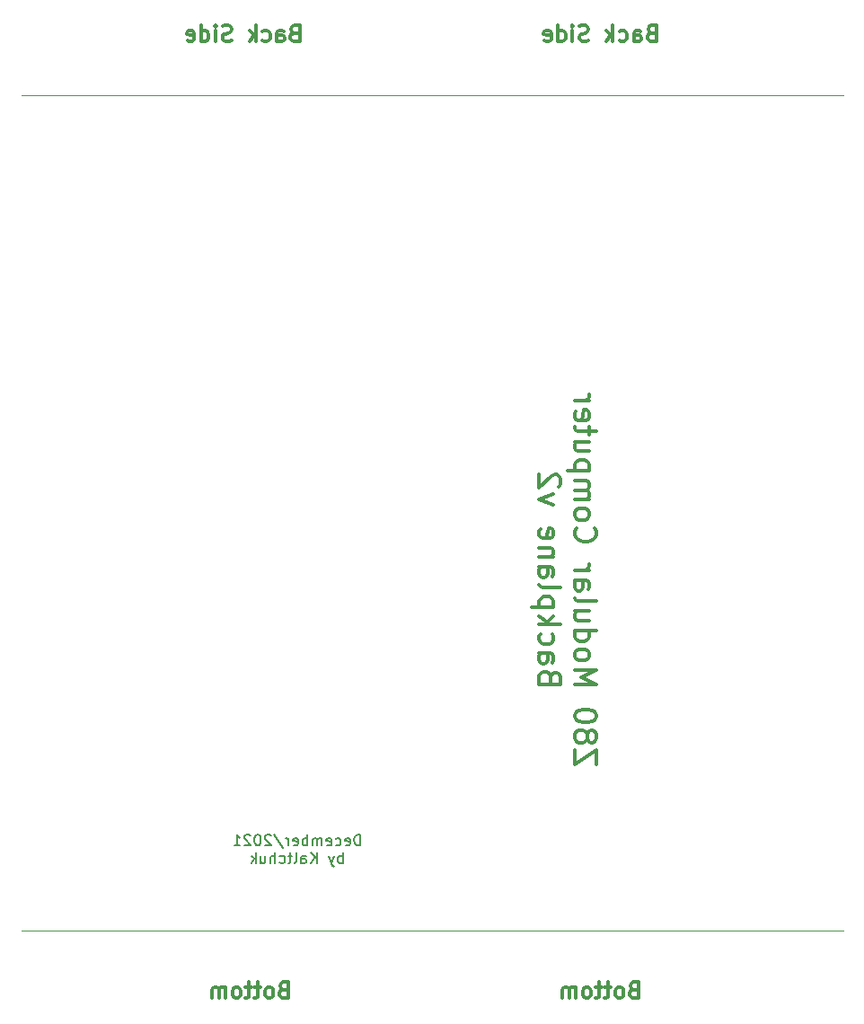
<source format=gbr>
G04 #@! TF.GenerationSoftware,KiCad,Pcbnew,(5.1.4)-1*
G04 #@! TF.CreationDate,2022-01-25T20:32:36+02:00*
G04 #@! TF.ProjectId,Backplane v2,4261636b-706c-4616-9e65-2076322e6b69,rev?*
G04 #@! TF.SameCoordinates,Original*
G04 #@! TF.FileFunction,Legend,Bot*
G04 #@! TF.FilePolarity,Positive*
%FSLAX46Y46*%
G04 Gerber Fmt 4.6, Leading zero omitted, Abs format (unit mm)*
G04 Created by KiCad (PCBNEW (5.1.4)-1) date 2022-01-25 20:32:36*
%MOMM*%
%LPD*%
G04 APERTURE LIST*
%ADD10C,0.120000*%
%ADD11C,0.300000*%
%ADD12C,0.152400*%
%ADD13C,0.304800*%
G04 APERTURE END LIST*
D10*
X83185000Y-134620000D02*
X160655000Y-134620000D01*
X160655000Y-55880000D02*
X83185000Y-55880000D01*
D11*
X107882142Y-140227857D02*
X107667857Y-140299285D01*
X107596428Y-140370714D01*
X107525000Y-140513571D01*
X107525000Y-140727857D01*
X107596428Y-140870714D01*
X107667857Y-140942142D01*
X107810714Y-141013571D01*
X108382142Y-141013571D01*
X108382142Y-139513571D01*
X107882142Y-139513571D01*
X107739285Y-139585000D01*
X107667857Y-139656428D01*
X107596428Y-139799285D01*
X107596428Y-139942142D01*
X107667857Y-140085000D01*
X107739285Y-140156428D01*
X107882142Y-140227857D01*
X108382142Y-140227857D01*
X106667857Y-141013571D02*
X106810714Y-140942142D01*
X106882142Y-140870714D01*
X106953571Y-140727857D01*
X106953571Y-140299285D01*
X106882142Y-140156428D01*
X106810714Y-140085000D01*
X106667857Y-140013571D01*
X106453571Y-140013571D01*
X106310714Y-140085000D01*
X106239285Y-140156428D01*
X106167857Y-140299285D01*
X106167857Y-140727857D01*
X106239285Y-140870714D01*
X106310714Y-140942142D01*
X106453571Y-141013571D01*
X106667857Y-141013571D01*
X105739285Y-140013571D02*
X105167857Y-140013571D01*
X105525000Y-139513571D02*
X105525000Y-140799285D01*
X105453571Y-140942142D01*
X105310714Y-141013571D01*
X105167857Y-141013571D01*
X104882142Y-140013571D02*
X104310714Y-140013571D01*
X104667857Y-139513571D02*
X104667857Y-140799285D01*
X104596428Y-140942142D01*
X104453571Y-141013571D01*
X104310714Y-141013571D01*
X103596428Y-141013571D02*
X103739285Y-140942142D01*
X103810714Y-140870714D01*
X103882142Y-140727857D01*
X103882142Y-140299285D01*
X103810714Y-140156428D01*
X103739285Y-140085000D01*
X103596428Y-140013571D01*
X103382142Y-140013571D01*
X103239285Y-140085000D01*
X103167857Y-140156428D01*
X103096428Y-140299285D01*
X103096428Y-140727857D01*
X103167857Y-140870714D01*
X103239285Y-140942142D01*
X103382142Y-141013571D01*
X103596428Y-141013571D01*
X102453571Y-141013571D02*
X102453571Y-140013571D01*
X102453571Y-140156428D02*
X102382142Y-140085000D01*
X102239285Y-140013571D01*
X102025000Y-140013571D01*
X101882142Y-140085000D01*
X101810714Y-140227857D01*
X101810714Y-141013571D01*
X101810714Y-140227857D02*
X101739285Y-140085000D01*
X101596428Y-140013571D01*
X101382142Y-140013571D01*
X101239285Y-140085000D01*
X101167857Y-140227857D01*
X101167857Y-141013571D01*
X140902142Y-140227857D02*
X140687857Y-140299285D01*
X140616428Y-140370714D01*
X140545000Y-140513571D01*
X140545000Y-140727857D01*
X140616428Y-140870714D01*
X140687857Y-140942142D01*
X140830714Y-141013571D01*
X141402142Y-141013571D01*
X141402142Y-139513571D01*
X140902142Y-139513571D01*
X140759285Y-139585000D01*
X140687857Y-139656428D01*
X140616428Y-139799285D01*
X140616428Y-139942142D01*
X140687857Y-140085000D01*
X140759285Y-140156428D01*
X140902142Y-140227857D01*
X141402142Y-140227857D01*
X139687857Y-141013571D02*
X139830714Y-140942142D01*
X139902142Y-140870714D01*
X139973571Y-140727857D01*
X139973571Y-140299285D01*
X139902142Y-140156428D01*
X139830714Y-140085000D01*
X139687857Y-140013571D01*
X139473571Y-140013571D01*
X139330714Y-140085000D01*
X139259285Y-140156428D01*
X139187857Y-140299285D01*
X139187857Y-140727857D01*
X139259285Y-140870714D01*
X139330714Y-140942142D01*
X139473571Y-141013571D01*
X139687857Y-141013571D01*
X138759285Y-140013571D02*
X138187857Y-140013571D01*
X138545000Y-139513571D02*
X138545000Y-140799285D01*
X138473571Y-140942142D01*
X138330714Y-141013571D01*
X138187857Y-141013571D01*
X137902142Y-140013571D02*
X137330714Y-140013571D01*
X137687857Y-139513571D02*
X137687857Y-140799285D01*
X137616428Y-140942142D01*
X137473571Y-141013571D01*
X137330714Y-141013571D01*
X136616428Y-141013571D02*
X136759285Y-140942142D01*
X136830714Y-140870714D01*
X136902142Y-140727857D01*
X136902142Y-140299285D01*
X136830714Y-140156428D01*
X136759285Y-140085000D01*
X136616428Y-140013571D01*
X136402142Y-140013571D01*
X136259285Y-140085000D01*
X136187857Y-140156428D01*
X136116428Y-140299285D01*
X136116428Y-140727857D01*
X136187857Y-140870714D01*
X136259285Y-140942142D01*
X136402142Y-141013571D01*
X136616428Y-141013571D01*
X135473571Y-141013571D02*
X135473571Y-140013571D01*
X135473571Y-140156428D02*
X135402142Y-140085000D01*
X135259285Y-140013571D01*
X135045000Y-140013571D01*
X134902142Y-140085000D01*
X134830714Y-140227857D01*
X134830714Y-141013571D01*
X134830714Y-140227857D02*
X134759285Y-140085000D01*
X134616428Y-140013571D01*
X134402142Y-140013571D01*
X134259285Y-140085000D01*
X134187857Y-140227857D01*
X134187857Y-141013571D01*
X108925714Y-50057857D02*
X108711428Y-50129285D01*
X108640000Y-50200714D01*
X108568571Y-50343571D01*
X108568571Y-50557857D01*
X108640000Y-50700714D01*
X108711428Y-50772142D01*
X108854285Y-50843571D01*
X109425714Y-50843571D01*
X109425714Y-49343571D01*
X108925714Y-49343571D01*
X108782857Y-49415000D01*
X108711428Y-49486428D01*
X108640000Y-49629285D01*
X108640000Y-49772142D01*
X108711428Y-49915000D01*
X108782857Y-49986428D01*
X108925714Y-50057857D01*
X109425714Y-50057857D01*
X107282857Y-50843571D02*
X107282857Y-50057857D01*
X107354285Y-49915000D01*
X107497142Y-49843571D01*
X107782857Y-49843571D01*
X107925714Y-49915000D01*
X107282857Y-50772142D02*
X107425714Y-50843571D01*
X107782857Y-50843571D01*
X107925714Y-50772142D01*
X107997142Y-50629285D01*
X107997142Y-50486428D01*
X107925714Y-50343571D01*
X107782857Y-50272142D01*
X107425714Y-50272142D01*
X107282857Y-50200714D01*
X105925714Y-50772142D02*
X106068571Y-50843571D01*
X106354285Y-50843571D01*
X106497142Y-50772142D01*
X106568571Y-50700714D01*
X106640000Y-50557857D01*
X106640000Y-50129285D01*
X106568571Y-49986428D01*
X106497142Y-49915000D01*
X106354285Y-49843571D01*
X106068571Y-49843571D01*
X105925714Y-49915000D01*
X105282857Y-50843571D02*
X105282857Y-49343571D01*
X105140000Y-50272142D02*
X104711428Y-50843571D01*
X104711428Y-49843571D02*
X105282857Y-50415000D01*
X102997142Y-50772142D02*
X102782857Y-50843571D01*
X102425714Y-50843571D01*
X102282857Y-50772142D01*
X102211428Y-50700714D01*
X102140000Y-50557857D01*
X102140000Y-50415000D01*
X102211428Y-50272142D01*
X102282857Y-50200714D01*
X102425714Y-50129285D01*
X102711428Y-50057857D01*
X102854285Y-49986428D01*
X102925714Y-49915000D01*
X102997142Y-49772142D01*
X102997142Y-49629285D01*
X102925714Y-49486428D01*
X102854285Y-49415000D01*
X102711428Y-49343571D01*
X102354285Y-49343571D01*
X102140000Y-49415000D01*
X101497142Y-50843571D02*
X101497142Y-49843571D01*
X101497142Y-49343571D02*
X101568571Y-49415000D01*
X101497142Y-49486428D01*
X101425714Y-49415000D01*
X101497142Y-49343571D01*
X101497142Y-49486428D01*
X100140000Y-50843571D02*
X100140000Y-49343571D01*
X100140000Y-50772142D02*
X100282857Y-50843571D01*
X100568571Y-50843571D01*
X100711428Y-50772142D01*
X100782857Y-50700714D01*
X100854285Y-50557857D01*
X100854285Y-50129285D01*
X100782857Y-49986428D01*
X100711428Y-49915000D01*
X100568571Y-49843571D01*
X100282857Y-49843571D01*
X100140000Y-49915000D01*
X98854285Y-50772142D02*
X98997142Y-50843571D01*
X99282857Y-50843571D01*
X99425714Y-50772142D01*
X99497142Y-50629285D01*
X99497142Y-50057857D01*
X99425714Y-49915000D01*
X99282857Y-49843571D01*
X98997142Y-49843571D01*
X98854285Y-49915000D01*
X98782857Y-50057857D01*
X98782857Y-50200714D01*
X99497142Y-50343571D01*
X142580714Y-50057857D02*
X142366428Y-50129285D01*
X142295000Y-50200714D01*
X142223571Y-50343571D01*
X142223571Y-50557857D01*
X142295000Y-50700714D01*
X142366428Y-50772142D01*
X142509285Y-50843571D01*
X143080714Y-50843571D01*
X143080714Y-49343571D01*
X142580714Y-49343571D01*
X142437857Y-49415000D01*
X142366428Y-49486428D01*
X142295000Y-49629285D01*
X142295000Y-49772142D01*
X142366428Y-49915000D01*
X142437857Y-49986428D01*
X142580714Y-50057857D01*
X143080714Y-50057857D01*
X140937857Y-50843571D02*
X140937857Y-50057857D01*
X141009285Y-49915000D01*
X141152142Y-49843571D01*
X141437857Y-49843571D01*
X141580714Y-49915000D01*
X140937857Y-50772142D02*
X141080714Y-50843571D01*
X141437857Y-50843571D01*
X141580714Y-50772142D01*
X141652142Y-50629285D01*
X141652142Y-50486428D01*
X141580714Y-50343571D01*
X141437857Y-50272142D01*
X141080714Y-50272142D01*
X140937857Y-50200714D01*
X139580714Y-50772142D02*
X139723571Y-50843571D01*
X140009285Y-50843571D01*
X140152142Y-50772142D01*
X140223571Y-50700714D01*
X140295000Y-50557857D01*
X140295000Y-50129285D01*
X140223571Y-49986428D01*
X140152142Y-49915000D01*
X140009285Y-49843571D01*
X139723571Y-49843571D01*
X139580714Y-49915000D01*
X138937857Y-50843571D02*
X138937857Y-49343571D01*
X138795000Y-50272142D02*
X138366428Y-50843571D01*
X138366428Y-49843571D02*
X138937857Y-50415000D01*
X136652142Y-50772142D02*
X136437857Y-50843571D01*
X136080714Y-50843571D01*
X135937857Y-50772142D01*
X135866428Y-50700714D01*
X135795000Y-50557857D01*
X135795000Y-50415000D01*
X135866428Y-50272142D01*
X135937857Y-50200714D01*
X136080714Y-50129285D01*
X136366428Y-50057857D01*
X136509285Y-49986428D01*
X136580714Y-49915000D01*
X136652142Y-49772142D01*
X136652142Y-49629285D01*
X136580714Y-49486428D01*
X136509285Y-49415000D01*
X136366428Y-49343571D01*
X136009285Y-49343571D01*
X135795000Y-49415000D01*
X135152142Y-50843571D02*
X135152142Y-49843571D01*
X135152142Y-49343571D02*
X135223571Y-49415000D01*
X135152142Y-49486428D01*
X135080714Y-49415000D01*
X135152142Y-49343571D01*
X135152142Y-49486428D01*
X133795000Y-50843571D02*
X133795000Y-49343571D01*
X133795000Y-50772142D02*
X133937857Y-50843571D01*
X134223571Y-50843571D01*
X134366428Y-50772142D01*
X134437857Y-50700714D01*
X134509285Y-50557857D01*
X134509285Y-50129285D01*
X134437857Y-49986428D01*
X134366428Y-49915000D01*
X134223571Y-49843571D01*
X133937857Y-49843571D01*
X133795000Y-49915000D01*
X132509285Y-50772142D02*
X132652142Y-50843571D01*
X132937857Y-50843571D01*
X133080714Y-50772142D01*
X133152142Y-50629285D01*
X133152142Y-50057857D01*
X133080714Y-49915000D01*
X132937857Y-49843571D01*
X132652142Y-49843571D01*
X132509285Y-49915000D01*
X132437857Y-50057857D01*
X132437857Y-50200714D01*
X133152142Y-50343571D01*
D12*
X115146666Y-126621419D02*
X115146666Y-125605419D01*
X114904761Y-125605419D01*
X114759619Y-125653800D01*
X114662857Y-125750561D01*
X114614476Y-125847323D01*
X114566095Y-126040847D01*
X114566095Y-126185990D01*
X114614476Y-126379514D01*
X114662857Y-126476276D01*
X114759619Y-126573038D01*
X114904761Y-126621419D01*
X115146666Y-126621419D01*
X113743619Y-126573038D02*
X113840380Y-126621419D01*
X114033904Y-126621419D01*
X114130666Y-126573038D01*
X114179047Y-126476276D01*
X114179047Y-126089228D01*
X114130666Y-125992466D01*
X114033904Y-125944085D01*
X113840380Y-125944085D01*
X113743619Y-125992466D01*
X113695238Y-126089228D01*
X113695238Y-126185990D01*
X114179047Y-126282752D01*
X112824380Y-126573038D02*
X112921142Y-126621419D01*
X113114666Y-126621419D01*
X113211428Y-126573038D01*
X113259809Y-126524657D01*
X113308190Y-126427895D01*
X113308190Y-126137609D01*
X113259809Y-126040847D01*
X113211428Y-125992466D01*
X113114666Y-125944085D01*
X112921142Y-125944085D01*
X112824380Y-125992466D01*
X112001904Y-126573038D02*
X112098666Y-126621419D01*
X112292190Y-126621419D01*
X112388952Y-126573038D01*
X112437333Y-126476276D01*
X112437333Y-126089228D01*
X112388952Y-125992466D01*
X112292190Y-125944085D01*
X112098666Y-125944085D01*
X112001904Y-125992466D01*
X111953523Y-126089228D01*
X111953523Y-126185990D01*
X112437333Y-126282752D01*
X111518095Y-126621419D02*
X111518095Y-125944085D01*
X111518095Y-126040847D02*
X111469714Y-125992466D01*
X111372952Y-125944085D01*
X111227809Y-125944085D01*
X111131047Y-125992466D01*
X111082666Y-126089228D01*
X111082666Y-126621419D01*
X111082666Y-126089228D02*
X111034285Y-125992466D01*
X110937523Y-125944085D01*
X110792380Y-125944085D01*
X110695619Y-125992466D01*
X110647238Y-126089228D01*
X110647238Y-126621419D01*
X110163428Y-126621419D02*
X110163428Y-125605419D01*
X110163428Y-125992466D02*
X110066666Y-125944085D01*
X109873142Y-125944085D01*
X109776380Y-125992466D01*
X109728000Y-126040847D01*
X109679619Y-126137609D01*
X109679619Y-126427895D01*
X109728000Y-126524657D01*
X109776380Y-126573038D01*
X109873142Y-126621419D01*
X110066666Y-126621419D01*
X110163428Y-126573038D01*
X108857142Y-126573038D02*
X108953904Y-126621419D01*
X109147428Y-126621419D01*
X109244190Y-126573038D01*
X109292571Y-126476276D01*
X109292571Y-126089228D01*
X109244190Y-125992466D01*
X109147428Y-125944085D01*
X108953904Y-125944085D01*
X108857142Y-125992466D01*
X108808761Y-126089228D01*
X108808761Y-126185990D01*
X109292571Y-126282752D01*
X108373333Y-126621419D02*
X108373333Y-125944085D01*
X108373333Y-126137609D02*
X108324952Y-126040847D01*
X108276571Y-125992466D01*
X108179809Y-125944085D01*
X108083047Y-125944085D01*
X107018666Y-125557038D02*
X107889523Y-126863323D01*
X106728380Y-125702180D02*
X106680000Y-125653800D01*
X106583238Y-125605419D01*
X106341333Y-125605419D01*
X106244571Y-125653800D01*
X106196190Y-125702180D01*
X106147809Y-125798942D01*
X106147809Y-125895704D01*
X106196190Y-126040847D01*
X106776761Y-126621419D01*
X106147809Y-126621419D01*
X105518857Y-125605419D02*
X105422095Y-125605419D01*
X105325333Y-125653800D01*
X105276952Y-125702180D01*
X105228571Y-125798942D01*
X105180190Y-125992466D01*
X105180190Y-126234371D01*
X105228571Y-126427895D01*
X105276952Y-126524657D01*
X105325333Y-126573038D01*
X105422095Y-126621419D01*
X105518857Y-126621419D01*
X105615619Y-126573038D01*
X105664000Y-126524657D01*
X105712380Y-126427895D01*
X105760761Y-126234371D01*
X105760761Y-125992466D01*
X105712380Y-125798942D01*
X105664000Y-125702180D01*
X105615619Y-125653800D01*
X105518857Y-125605419D01*
X104793142Y-125702180D02*
X104744761Y-125653800D01*
X104648000Y-125605419D01*
X104406095Y-125605419D01*
X104309333Y-125653800D01*
X104260952Y-125702180D01*
X104212571Y-125798942D01*
X104212571Y-125895704D01*
X104260952Y-126040847D01*
X104841523Y-126621419D01*
X104212571Y-126621419D01*
X103244952Y-126621419D02*
X103825523Y-126621419D01*
X103535238Y-126621419D02*
X103535238Y-125605419D01*
X103632000Y-125750561D01*
X103728761Y-125847323D01*
X103825523Y-125895704D01*
X113501714Y-128297819D02*
X113501714Y-127281819D01*
X113501714Y-127668866D02*
X113404952Y-127620485D01*
X113211428Y-127620485D01*
X113114666Y-127668866D01*
X113066285Y-127717247D01*
X113017904Y-127814009D01*
X113017904Y-128104295D01*
X113066285Y-128201057D01*
X113114666Y-128249438D01*
X113211428Y-128297819D01*
X113404952Y-128297819D01*
X113501714Y-128249438D01*
X112679238Y-127620485D02*
X112437333Y-128297819D01*
X112195428Y-127620485D02*
X112437333Y-128297819D01*
X112534095Y-128539723D01*
X112582476Y-128588104D01*
X112679238Y-128636485D01*
X111034285Y-128297819D02*
X111034285Y-127281819D01*
X110453714Y-128297819D02*
X110889142Y-127717247D01*
X110453714Y-127281819D02*
X111034285Y-127862390D01*
X109582857Y-128297819D02*
X109582857Y-127765628D01*
X109631238Y-127668866D01*
X109728000Y-127620485D01*
X109921523Y-127620485D01*
X110018285Y-127668866D01*
X109582857Y-128249438D02*
X109679619Y-128297819D01*
X109921523Y-128297819D01*
X110018285Y-128249438D01*
X110066666Y-128152676D01*
X110066666Y-128055914D01*
X110018285Y-127959152D01*
X109921523Y-127910771D01*
X109679619Y-127910771D01*
X109582857Y-127862390D01*
X108953904Y-128297819D02*
X109050666Y-128249438D01*
X109099047Y-128152676D01*
X109099047Y-127281819D01*
X108712000Y-127620485D02*
X108324952Y-127620485D01*
X108566857Y-127281819D02*
X108566857Y-128152676D01*
X108518476Y-128249438D01*
X108421714Y-128297819D01*
X108324952Y-128297819D01*
X107550857Y-128249438D02*
X107647619Y-128297819D01*
X107841142Y-128297819D01*
X107937904Y-128249438D01*
X107986285Y-128201057D01*
X108034666Y-128104295D01*
X108034666Y-127814009D01*
X107986285Y-127717247D01*
X107937904Y-127668866D01*
X107841142Y-127620485D01*
X107647619Y-127620485D01*
X107550857Y-127668866D01*
X107115428Y-128297819D02*
X107115428Y-127281819D01*
X106680000Y-128297819D02*
X106680000Y-127765628D01*
X106728380Y-127668866D01*
X106825142Y-127620485D01*
X106970285Y-127620485D01*
X107067047Y-127668866D01*
X107115428Y-127717247D01*
X105760761Y-127620485D02*
X105760761Y-128297819D01*
X106196190Y-127620485D02*
X106196190Y-128152676D01*
X106147809Y-128249438D01*
X106051047Y-128297819D01*
X105905904Y-128297819D01*
X105809142Y-128249438D01*
X105760761Y-128201057D01*
X105276952Y-128297819D02*
X105276952Y-127281819D01*
X105180190Y-127910771D02*
X104889904Y-128297819D01*
X104889904Y-127620485D02*
X105276952Y-128007533D01*
D13*
X137409161Y-118968761D02*
X137409161Y-117614095D01*
X135377161Y-118968761D01*
X135377161Y-117614095D01*
X136538304Y-116549714D02*
X136635066Y-116743238D01*
X136731828Y-116840000D01*
X136925352Y-116936761D01*
X137022114Y-116936761D01*
X137215638Y-116840000D01*
X137312400Y-116743238D01*
X137409161Y-116549714D01*
X137409161Y-116162666D01*
X137312400Y-115969142D01*
X137215638Y-115872380D01*
X137022114Y-115775619D01*
X136925352Y-115775619D01*
X136731828Y-115872380D01*
X136635066Y-115969142D01*
X136538304Y-116162666D01*
X136538304Y-116549714D01*
X136441542Y-116743238D01*
X136344780Y-116840000D01*
X136151257Y-116936761D01*
X135764209Y-116936761D01*
X135570685Y-116840000D01*
X135473923Y-116743238D01*
X135377161Y-116549714D01*
X135377161Y-116162666D01*
X135473923Y-115969142D01*
X135570685Y-115872380D01*
X135764209Y-115775619D01*
X136151257Y-115775619D01*
X136344780Y-115872380D01*
X136441542Y-115969142D01*
X136538304Y-116162666D01*
X137409161Y-114517714D02*
X137409161Y-114324190D01*
X137312400Y-114130666D01*
X137215638Y-114033904D01*
X137022114Y-113937142D01*
X136635066Y-113840380D01*
X136151257Y-113840380D01*
X135764209Y-113937142D01*
X135570685Y-114033904D01*
X135473923Y-114130666D01*
X135377161Y-114324190D01*
X135377161Y-114517714D01*
X135473923Y-114711238D01*
X135570685Y-114808000D01*
X135764209Y-114904761D01*
X136151257Y-115001523D01*
X136635066Y-115001523D01*
X137022114Y-114904761D01*
X137215638Y-114808000D01*
X137312400Y-114711238D01*
X137409161Y-114517714D01*
X135377161Y-111421333D02*
X137409161Y-111421333D01*
X135957733Y-110744000D01*
X137409161Y-110066666D01*
X135377161Y-110066666D01*
X135377161Y-108808761D02*
X135473923Y-109002285D01*
X135570685Y-109099047D01*
X135764209Y-109195809D01*
X136344780Y-109195809D01*
X136538304Y-109099047D01*
X136635066Y-109002285D01*
X136731828Y-108808761D01*
X136731828Y-108518476D01*
X136635066Y-108324952D01*
X136538304Y-108228190D01*
X136344780Y-108131428D01*
X135764209Y-108131428D01*
X135570685Y-108228190D01*
X135473923Y-108324952D01*
X135377161Y-108518476D01*
X135377161Y-108808761D01*
X135377161Y-106389714D02*
X137409161Y-106389714D01*
X135473923Y-106389714D02*
X135377161Y-106583238D01*
X135377161Y-106970285D01*
X135473923Y-107163809D01*
X135570685Y-107260571D01*
X135764209Y-107357333D01*
X136344780Y-107357333D01*
X136538304Y-107260571D01*
X136635066Y-107163809D01*
X136731828Y-106970285D01*
X136731828Y-106583238D01*
X136635066Y-106389714D01*
X136731828Y-104551238D02*
X135377161Y-104551238D01*
X136731828Y-105422095D02*
X135667447Y-105422095D01*
X135473923Y-105325333D01*
X135377161Y-105131809D01*
X135377161Y-104841523D01*
X135473923Y-104648000D01*
X135570685Y-104551238D01*
X135377161Y-103293333D02*
X135473923Y-103486857D01*
X135667447Y-103583619D01*
X137409161Y-103583619D01*
X135377161Y-101648380D02*
X136441542Y-101648380D01*
X136635066Y-101745142D01*
X136731828Y-101938666D01*
X136731828Y-102325714D01*
X136635066Y-102519238D01*
X135473923Y-101648380D02*
X135377161Y-101841904D01*
X135377161Y-102325714D01*
X135473923Y-102519238D01*
X135667447Y-102616000D01*
X135860971Y-102616000D01*
X136054495Y-102519238D01*
X136151257Y-102325714D01*
X136151257Y-101841904D01*
X136248019Y-101648380D01*
X135377161Y-100680761D02*
X136731828Y-100680761D01*
X136344780Y-100680761D02*
X136538304Y-100584000D01*
X136635066Y-100487238D01*
X136731828Y-100293714D01*
X136731828Y-100100190D01*
X135570685Y-96713523D02*
X135473923Y-96810285D01*
X135377161Y-97100571D01*
X135377161Y-97294095D01*
X135473923Y-97584380D01*
X135667447Y-97777904D01*
X135860971Y-97874666D01*
X136248019Y-97971428D01*
X136538304Y-97971428D01*
X136925352Y-97874666D01*
X137118876Y-97777904D01*
X137312400Y-97584380D01*
X137409161Y-97294095D01*
X137409161Y-97100571D01*
X137312400Y-96810285D01*
X137215638Y-96713523D01*
X135377161Y-95552380D02*
X135473923Y-95745904D01*
X135570685Y-95842666D01*
X135764209Y-95939428D01*
X136344780Y-95939428D01*
X136538304Y-95842666D01*
X136635066Y-95745904D01*
X136731828Y-95552380D01*
X136731828Y-95262095D01*
X136635066Y-95068571D01*
X136538304Y-94971809D01*
X136344780Y-94875047D01*
X135764209Y-94875047D01*
X135570685Y-94971809D01*
X135473923Y-95068571D01*
X135377161Y-95262095D01*
X135377161Y-95552380D01*
X135377161Y-94004190D02*
X136731828Y-94004190D01*
X136538304Y-94004190D02*
X136635066Y-93907428D01*
X136731828Y-93713904D01*
X136731828Y-93423619D01*
X136635066Y-93230095D01*
X136441542Y-93133333D01*
X135377161Y-93133333D01*
X136441542Y-93133333D02*
X136635066Y-93036571D01*
X136731828Y-92843047D01*
X136731828Y-92552761D01*
X136635066Y-92359238D01*
X136441542Y-92262476D01*
X135377161Y-92262476D01*
X136731828Y-91294857D02*
X134699828Y-91294857D01*
X136635066Y-91294857D02*
X136731828Y-91101333D01*
X136731828Y-90714285D01*
X136635066Y-90520761D01*
X136538304Y-90424000D01*
X136344780Y-90327238D01*
X135764209Y-90327238D01*
X135570685Y-90424000D01*
X135473923Y-90520761D01*
X135377161Y-90714285D01*
X135377161Y-91101333D01*
X135473923Y-91294857D01*
X136731828Y-88585523D02*
X135377161Y-88585523D01*
X136731828Y-89456380D02*
X135667447Y-89456380D01*
X135473923Y-89359619D01*
X135377161Y-89166095D01*
X135377161Y-88875809D01*
X135473923Y-88682285D01*
X135570685Y-88585523D01*
X136731828Y-87908190D02*
X136731828Y-87134095D01*
X137409161Y-87617904D02*
X135667447Y-87617904D01*
X135473923Y-87521142D01*
X135377161Y-87327619D01*
X135377161Y-87134095D01*
X135473923Y-85682666D02*
X135377161Y-85876190D01*
X135377161Y-86263238D01*
X135473923Y-86456761D01*
X135667447Y-86553523D01*
X136441542Y-86553523D01*
X136635066Y-86456761D01*
X136731828Y-86263238D01*
X136731828Y-85876190D01*
X136635066Y-85682666D01*
X136441542Y-85585904D01*
X136248019Y-85585904D01*
X136054495Y-86553523D01*
X135377161Y-84715047D02*
X136731828Y-84715047D01*
X136344780Y-84715047D02*
X136538304Y-84618285D01*
X136635066Y-84521523D01*
X136731828Y-84328000D01*
X136731828Y-84134476D01*
X133088742Y-110744000D02*
X132991980Y-110453714D01*
X132895219Y-110356952D01*
X132701695Y-110260190D01*
X132411409Y-110260190D01*
X132217885Y-110356952D01*
X132121123Y-110453714D01*
X132024361Y-110647238D01*
X132024361Y-111421333D01*
X134056361Y-111421333D01*
X134056361Y-110744000D01*
X133959600Y-110550476D01*
X133862838Y-110453714D01*
X133669314Y-110356952D01*
X133475790Y-110356952D01*
X133282266Y-110453714D01*
X133185504Y-110550476D01*
X133088742Y-110744000D01*
X133088742Y-111421333D01*
X132024361Y-108518476D02*
X133088742Y-108518476D01*
X133282266Y-108615238D01*
X133379028Y-108808761D01*
X133379028Y-109195809D01*
X133282266Y-109389333D01*
X132121123Y-108518476D02*
X132024361Y-108712000D01*
X132024361Y-109195809D01*
X132121123Y-109389333D01*
X132314647Y-109486095D01*
X132508171Y-109486095D01*
X132701695Y-109389333D01*
X132798457Y-109195809D01*
X132798457Y-108712000D01*
X132895219Y-108518476D01*
X132121123Y-106680000D02*
X132024361Y-106873523D01*
X132024361Y-107260571D01*
X132121123Y-107454095D01*
X132217885Y-107550857D01*
X132411409Y-107647619D01*
X132991980Y-107647619D01*
X133185504Y-107550857D01*
X133282266Y-107454095D01*
X133379028Y-107260571D01*
X133379028Y-106873523D01*
X133282266Y-106680000D01*
X132024361Y-105809142D02*
X134056361Y-105809142D01*
X132798457Y-105615619D02*
X132024361Y-105035047D01*
X133379028Y-105035047D02*
X132604933Y-105809142D01*
X133379028Y-104164190D02*
X131347028Y-104164190D01*
X133282266Y-104164190D02*
X133379028Y-103970666D01*
X133379028Y-103583619D01*
X133282266Y-103390095D01*
X133185504Y-103293333D01*
X132991980Y-103196571D01*
X132411409Y-103196571D01*
X132217885Y-103293333D01*
X132121123Y-103390095D01*
X132024361Y-103583619D01*
X132024361Y-103970666D01*
X132121123Y-104164190D01*
X132024361Y-102035428D02*
X132121123Y-102228952D01*
X132314647Y-102325714D01*
X134056361Y-102325714D01*
X132024361Y-100390476D02*
X133088742Y-100390476D01*
X133282266Y-100487238D01*
X133379028Y-100680761D01*
X133379028Y-101067809D01*
X133282266Y-101261333D01*
X132121123Y-100390476D02*
X132024361Y-100584000D01*
X132024361Y-101067809D01*
X132121123Y-101261333D01*
X132314647Y-101358095D01*
X132508171Y-101358095D01*
X132701695Y-101261333D01*
X132798457Y-101067809D01*
X132798457Y-100584000D01*
X132895219Y-100390476D01*
X133379028Y-99422857D02*
X132024361Y-99422857D01*
X133185504Y-99422857D02*
X133282266Y-99326095D01*
X133379028Y-99132571D01*
X133379028Y-98842285D01*
X133282266Y-98648761D01*
X133088742Y-98552000D01*
X132024361Y-98552000D01*
X132121123Y-96810285D02*
X132024361Y-97003809D01*
X132024361Y-97390857D01*
X132121123Y-97584380D01*
X132314647Y-97681142D01*
X133088742Y-97681142D01*
X133282266Y-97584380D01*
X133379028Y-97390857D01*
X133379028Y-97003809D01*
X133282266Y-96810285D01*
X133088742Y-96713523D01*
X132895219Y-96713523D01*
X132701695Y-97681142D01*
X133379028Y-94488000D02*
X132024361Y-94004190D01*
X133379028Y-93520380D01*
X133862838Y-92843047D02*
X133959600Y-92746285D01*
X134056361Y-92552761D01*
X134056361Y-92068952D01*
X133959600Y-91875428D01*
X133862838Y-91778666D01*
X133669314Y-91681904D01*
X133475790Y-91681904D01*
X133185504Y-91778666D01*
X132024361Y-92939809D01*
X132024361Y-91681904D01*
M02*

</source>
